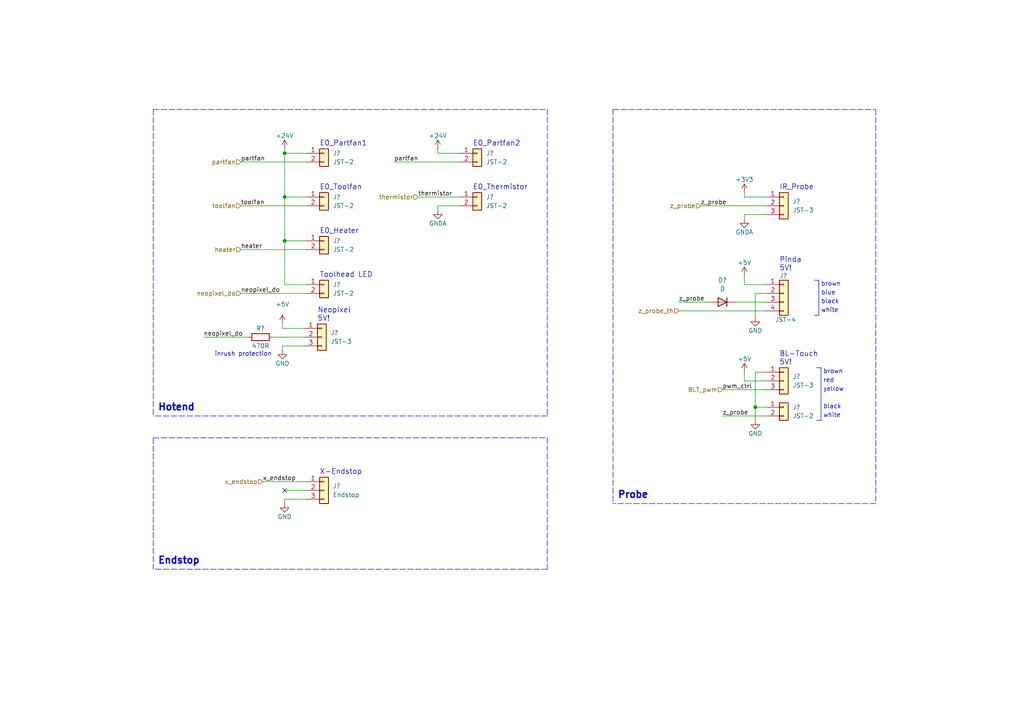
<source format=kicad_sch>
(kicad_sch (version 20211123) (generator eeschema)
  (paper "A4")
  (lib_symbols
    (symbol "Connector_Generic:Conn_01x02" (pin_names (offset 1.016) hide)
      (property "Reference" "J" (at 0 2.54 0))
      (property "Value" "Conn_01x02" (at 0 -5.08 0))
      (symbol "Conn_01x02_1_1"
        (rectangle (start -1.27 -2.413) (end 0 -2.667) (stroke (width 0.1524)))
        (rectangle (start -1.27 0.127) (end 0 -0.127) (stroke (width 0.1524)))
        (rectangle (start -1.27 1.27) (end 1.27 -3.81) (stroke (width 0.254)) (fill (type background)))
        (pin passive line (at -5.08 0 0) (length 3.81) (name "Pin_1") (number "1"))
        (pin passive line (at -5.08 -2.54 0) (length 3.81) (name "Pin_2") (number "2"))
      )
    )
    (symbol "Connector_Generic:Conn_01x03" (pin_names (offset 1.016) hide)
      (property "Reference" "J" (at 0 5.08 0))
      (property "Value" "Conn_01x03" (at 0 -5.08 0))
      (symbol "Conn_01x03_1_1"
        (rectangle (start -1.27 -2.413) (end 0 -2.667) (stroke (width 0.1524)))
        (rectangle (start -1.27 0.127) (end 0 -0.127) (stroke (width 0.1524)))
        (rectangle (start -1.27 2.667) (end 0 2.413) (stroke (width 0.1524)))
        (rectangle (start -1.27 3.81) (end 1.27 -3.81) (stroke (width 0.254)) (fill (type background)))
        (pin passive line (at -5.08 2.54 0) (length 3.81) (name "Pin_1") (number "1"))
        (pin passive line (at -5.08 0 0) (length 3.81) (name "Pin_2") (number "2"))
        (pin passive line (at -5.08 -2.54 0) (length 3.81) (name "Pin_3") (number "3"))
      )
    )
    (symbol "Connector_Generic:Conn_01x04" (pin_names (offset 1.016) hide)
      (property "Reference" "J" (at 0 5.08 0))
      (property "Value" "Conn_01x04" (at 0 -7.62 0))
      (symbol "Conn_01x04_1_1"
        (rectangle (start -1.27 -4.953) (end 0 -5.207) (stroke (width 0.1524)))
        (rectangle (start -1.27 -2.413) (end 0 -2.667) (stroke (width 0.1524)))
        (rectangle (start -1.27 0.127) (end 0 -0.127) (stroke (width 0.1524)))
        (rectangle (start -1.27 2.667) (end 0 2.413) (stroke (width 0.1524)))
        (rectangle (start -1.27 3.81) (end 1.27 -6.35) (stroke (width 0.254)) (fill (type background)))
        (pin passive line (at -5.08 2.54 0) (length 3.81) (name "Pin_1") (number "1"))
        (pin passive line (at -5.08 0 0) (length 3.81) (name "Pin_2") (number "2"))
        (pin passive line (at -5.08 -2.54 0) (length 3.81) (name "Pin_3") (number "3"))
        (pin passive line (at -5.08 -5.08 0) (length 3.81) (name "Pin_4") (number "4"))
      )
    )
    (symbol "Device:D" (pin_numbers hide) (pin_names (offset 1.016) hide)
      (property "Reference" "D" (at 0 2.54 0))
      (property "Value" "D" (at 0 -2.54 0))
      (symbol "D_0_1"
        (polyline (pts (xy -1.27 1.27) (xy -1.27 -1.27)) (stroke (width 0.254)))
        (polyline (pts (xy 1.27 0) (xy -1.27 0)))
        (polyline (pts (xy 1.27 1.27) (xy 1.27 -1.27) (xy -1.27 0) (xy 1.27 1.27)) (stroke (width 0.254)))
      )
      (symbol "D_1_1"
        (pin passive line (at -3.81 0 0) (length 2.54) (name "K") (number "1"))
        (pin passive line (at 3.81 0 180) (length 2.54) (name "A") (number "2"))
      )
    )
    (symbol "Device:R" (pin_numbers hide) (pin_names (offset 0))
      (property "Reference" "R" (at 2.032 0 90))
      (property "Value" "R" (at 0 0 90))
      (symbol "R_0_1"
        (rectangle (start -1.016 -2.54) (end 1.016 2.54) (stroke (width 0.254)))
      )
      (symbol "R_1_1"
        (pin passive line (at 0 3.81 270) (length 1.27) (name "~") (number "1"))
        (pin passive line (at 0 -3.81 90) (length 1.27) (name "~") (number "2"))
      )
    )
    (symbol "power:+24V" (power) (pin_names (offset 0))
      (property "Value" "+24V" (at 0 3.556 0))
      (symbol "+24V_0_1"
        (polyline (pts (xy -0.762 1.27) (xy 0 2.54)))
        (polyline (pts (xy 0 0) (xy 0 2.54)))
        (polyline (pts (xy 0 2.54) (xy 0.762 1.27)))
      )
      (symbol "+24V_1_1"
        (pin power_in line (at 0 0 90) (length 0) hide (name "+24V") (number "1"))
      )
    )
    (symbol "power:+3.3V" (power) (pin_names (offset 0))
      (property "Value" "+3.3V" (at 0 3.556 0))
      (symbol "+3.3V_0_1"
        (polyline (pts (xy -0.762 1.27) (xy 0 2.54)))
        (polyline (pts (xy 0 0) (xy 0 2.54)))
        (polyline (pts (xy 0 2.54) (xy 0.762 1.27)))
      )
      (symbol "+3.3V_1_1"
        (pin power_in line (at 0 0 90) (length 0) hide (name "+3V3") (number "1"))
      )
    )
    (symbol "power:+5V" (power) (pin_names (offset 0))
      (property "Value" "+5V" (at 0 3.556 0))
      (symbol "+5V_0_1"
        (polyline (pts (xy -0.762 1.27) (xy 0 2.54)))
        (polyline (pts (xy 0 0) (xy 0 2.54)))
        (polyline (pts (xy 0 2.54) (xy 0.762 1.27)))
      )
      (symbol "+5V_1_1"
        (pin power_in line (at 0 0 90) (length 0) hide (name "+5V") (number "1"))
      )
    )
    (symbol "power:GND" (power) (pin_names (offset 0))
      (property "Value" "GND" (at 0 -3.81 0))
      (symbol "GND_0_1"
        (polyline (pts (xy 0 0) (xy 0 -1.27) (xy 1.27 -1.27) (xy 0 -2.54) (xy -1.27 -1.27) (xy 0 -1.27)))
      )
      (symbol "GND_1_1"
        (pin power_in line (at 0 0 270) (length 0) hide (name "GND") (number "1"))
      )
    )
    (symbol "power:GNDA" (power) (pin_names (offset 0))
      (property "Value" "GNDA" (at 0 -3.81 0))
      (symbol "GNDA_0_1"
        (polyline (pts (xy 0 0) (xy 0 -1.27) (xy 1.27 -1.27) (xy 0 -2.54) (xy -1.27 -1.27) (xy 0 -1.27)))
      )
      (symbol "GNDA_1_1"
        (pin power_in line (at 0 0 270) (length 0) hide (name "GNDA") (number "1"))
      )
    )
  )
  (junction (at 82.55 44.45))
  (junction (at 219.075 118.11))
  (junction (at 82.55 69.85))
  (junction (at 82.55 57.15))
  (no_connect (at 82.55 142.24))
  (wire (pts (xy 82.55 57.15) (xy 88.9 57.15)))
  (polyline (pts (xy 238.125 106.68) (xy 238.125 121.92)) (stroke (width 0) (type solid)))
  (wire (pts (xy 215.9 110.49) (xy 222.25 110.49)))
  (polyline (pts (xy 158.75 31.75) (xy 158.75 120.65)))
  (wire (pts (xy 81.915 95.25) (xy 88.265 95.25)))
  (wire (pts (xy 222.25 107.95) (xy 219.075 107.95)))
  (wire (pts (xy 59.055 97.79) (xy 71.755 97.79)))
  (wire (pts (xy 215.9 57.15) (xy 222.25 57.15)))
  (polyline (pts (xy 44.45 127) (xy 158.75 127)))
  (wire (pts (xy 81.915 93.98) (xy 81.915 95.25)))
  (wire (pts (xy 79.375 97.79) (xy 88.265 97.79)))
  (wire (pts (xy 133.35 59.69) (xy 127 59.69)))
  (wire (pts (xy 215.9 107.95) (xy 215.9 110.49)))
  (wire (pts (xy 196.85 87.63) (xy 205.74 87.63)))
  (wire (pts (xy 114.3 46.99) (xy 133.35 46.99)))
  (polyline (pts (xy 158.75 165.1) (xy 44.45 165.1)))
  (polyline (pts (xy 158.75 120.65) (xy 44.45 120.65)))
  (wire (pts (xy 127 43.18) (xy 127 44.45)))
  (wire (pts (xy 215.9 82.55) (xy 222.25 82.55)))
  (wire (pts (xy 82.55 142.24) (xy 88.9 142.24)))
  (wire (pts (xy 69.85 85.09) (xy 88.9 85.09)))
  (wire (pts (xy 69.85 72.39) (xy 88.9 72.39)))
  (polyline (pts (xy 236.855 106.68) (xy 238.125 106.68)) (stroke (width 0) (type solid)))
  (wire (pts (xy 121.285 57.15) (xy 133.35 57.15)))
  (wire (pts (xy 76.2 139.7) (xy 88.9 139.7)))
  (polyline (pts (xy 254 31.75) (xy 254 146.05)))
  (polyline (pts (xy 177.8 31.75) (xy 177.8 146.05)))
  (wire (pts (xy 81.915 100.33) (xy 81.915 101.6)))
  (wire (pts (xy 88.9 82.55) (xy 82.55 82.55)))
  (wire (pts (xy 82.55 44.45) (xy 82.55 57.15)))
  (wire (pts (xy 213.36 87.63) (xy 222.25 87.63)))
  (wire (pts (xy 215.9 80.01) (xy 215.9 82.55)))
  (wire (pts (xy 81.915 100.33) (xy 88.265 100.33)))
  (wire (pts (xy 219.075 85.09) (xy 219.075 92.075)))
  (polyline (pts (xy 44.45 31.75) (xy 44.45 120.65)))
  (wire (pts (xy 82.55 144.78) (xy 88.9 144.78)))
  (wire (pts (xy 82.55 57.15) (xy 82.55 69.85)))
  (wire (pts (xy 219.075 107.95) (xy 219.075 118.11)))
  (wire (pts (xy 82.55 82.55) (xy 82.55 69.85)))
  (wire (pts (xy 133.35 44.45) (xy 127 44.45)))
  (polyline (pts (xy 237.49 81.28) (xy 237.49 91.44)) (stroke (width 0) (type solid)))
  (wire (pts (xy 82.55 43.18) (xy 82.55 44.45)))
  (wire (pts (xy 209.55 113.03) (xy 222.25 113.03)))
  (wire (pts (xy 219.075 118.11) (xy 219.075 121.92)))
  (polyline (pts (xy 254 146.05) (xy 177.8 146.05)))
  (polyline (pts (xy 177.8 31.75) (xy 254 31.75)))
  (wire (pts (xy 88.9 44.45) (xy 82.55 44.45)))
  (wire (pts (xy 88.9 69.85) (xy 82.55 69.85)))
  (wire (pts (xy 196.85 90.17) (xy 222.25 90.17)))
  (wire (pts (xy 215.9 62.23) (xy 222.25 62.23)))
  (wire (pts (xy 215.9 55.88) (xy 215.9 57.15)))
  (wire (pts (xy 69.85 59.69) (xy 88.9 59.69)))
  (polyline (pts (xy 236.22 91.44) (xy 237.49 91.44)) (stroke (width 0) (type solid)))
  (wire (pts (xy 203.2 59.69) (xy 222.25 59.69)))
  (wire (pts (xy 219.075 118.11) (xy 222.25 118.11)))
  (wire (pts (xy 127 59.69) (xy 127 60.96)))
  (polyline (pts (xy 44.45 31.75) (xy 158.75 31.75)))
  (polyline (pts (xy 236.22 81.28) (xy 237.49 81.28)) (stroke (width 0) (type solid)))
  (polyline (pts (xy 236.855 121.92) (xy 238.125 121.92)) (stroke (width 0) (type solid)))
  (polyline (pts (xy 44.45 127) (xy 44.45 165.1)))
  (wire (pts (xy 69.85 46.99) (xy 88.9 46.99)))
  (wire (pts (xy 209.55 120.65) (xy 222.25 120.65)))
  (wire (pts (xy 82.55 144.78) (xy 82.55 146.05)))
  (polyline (pts (xy 158.75 127) (xy 158.75 165.1)))
  (wire (pts (xy 215.9 62.23) (xy 215.9 63.5)))
  (wire (pts (xy 219.075 85.09) (xy 222.25 85.09)))
  (text "BL-Touch\n5V!" (at 226.06 106.045 0) (effects (font (size 1.5 1.5)) (justify left bottom)))
  (text "inrush protection" (at 62.23 103.505 0) (effects (font (size 1.27 1.27)) (justify left bottom)))
  (text "brown" (at 238.125 83.185 0) (effects (font (size 1.27 1.27)) (justify left bottom)))
  (text "brown" (at 238.76 108.585 0) (effects (font (size 1.27 1.27)) (justify left bottom)))
  (text "E0_Thermistor" (at 137.16 55.245 0) (effects (font (size 1.5 1.5)) (justify left bottom)))
  (text "E0_Partfan1" (at 92.71 42.545 0) (effects (font (size 1.5 1.5)) (justify left bottom)))
  (text "Neopixel\n5V!" (at 92.075 93.345 0) (effects (font (size 1.5 1.5)) (justify left bottom)))
  (text "black" (at 238.125 88.265 0) (effects (font (size 1.27 1.27)) (justify left bottom)))
  (text "white" (at 238.125 90.805 0) (effects (font (size 1.27 1.27)) (justify left bottom)))
  (text "E0_Heater" (at 92.71 67.945 0) (effects (font (size 1.5 1.5)) (justify left bottom)))
  (text "Hotend" (at 45.72 119.38 0) (effects (font (size 2 2) (thickness 0.4) bold) (justify left bottom)))
  (text "Pinda\n5V!" (at 226.06 78.74 0) (effects (font (size 1.5 1.5)) (justify left bottom)))
  (text "E0_Partfan2" (at 137.16 42.545 0) (effects (font (size 1.5 1.5)) (justify left bottom)))
  (text "E0_Toolfan" (at 92.71 55.245 0) (effects (font (size 1.5 1.5)) (justify left bottom)))
  (text "Toolhead LED" (at 92.71 80.645 0) (effects (font (size 1.5 1.5)) (justify left bottom)))
  (text "Probe" (at 179.07 144.78 0) (effects (font (size 2 2) (thickness 0.4) bold) (justify left bottom)))
  (text "white" (at 238.76 121.285 0) (effects (font (size 1.27 1.27)) (justify left bottom)))
  (text "blue" (at 238.125 85.725 0) (effects (font (size 1.27 1.27)) (justify left bottom)))
  (text "X-Endstop" (at 92.71 137.795 0) (effects (font (size 1.5 1.5)) (justify left bottom)))
  (text "Endstop" (at 45.72 163.83 0) (effects (font (size 2 2) (thickness 0.4) bold) (justify left bottom)))
  (text "IR_Probe" (at 226.06 55.245 0) (effects (font (size 1.5 1.5)) (justify left bottom)))
  (text "black" (at 238.76 118.745 0) (effects (font (size 1.27 1.27)) (justify left bottom)))
  (text "yellow" (at 238.76 113.665 0) (effects (font (size 1.27 1.27)) (justify left bottom)))
  (text "red" (at 238.76 111.125 0) (effects (font (size 1.27 1.27)) (justify left bottom)))
  (label "toolfan" (at 69.85 59.69 0))
  (label "partfan" (at 114.3 46.99 0))
  (label "pwm_ctrl" (at 209.55 113.03 0))
  (label "partfan" (at 69.85 46.99 0))
  (label "heater" (at 69.85 72.39 0))
  (label "thermistor" (at 121.285 57.15 0))
  (label "z_probe" (at 196.85 87.63 0))
  (label "neopixel_do" (at 69.85 85.09 0))
  (label "neopixel_do" (at 59.055 97.79 0))
  (label "z_probe" (at 203.2 59.69 0))
  (label "z_probe" (at 209.55 120.65 0))
  (label "x_endstop" (at 76.2 139.7 0))
  (hierarchical_label "x_endstop" (shape input) (at 76.2 139.7 180))
  (hierarchical_label "partfan" (shape input) (at 69.85 46.99 180))
  (hierarchical_label "z_probe_th" (shape input) (at 196.85 90.17 180))
  (hierarchical_label "z_probe" (shape input) (at 203.2 59.69 180))
  (hierarchical_label "heater" (shape input) (at 69.85 72.39 180))
  (hierarchical_label "neopixel_do" (shape input) (at 69.85 85.09 180))
  (hierarchical_label "BLT_pwm" (shape input) (at 209.55 113.03 180))
  (hierarchical_label "thermistor" (shape input) (at 121.285 57.15 180))
  (hierarchical_label "toolfan" (shape input) (at 69.85 59.69 180))
  (symbol (lib_id "Connector_Generic:Conn_01x02") (at 93.98 44.45 0) (unit 1)
    (property "Reference" "J?" (at 96.52 44.4499 0) (effects (justify left)))
    (property "Value" "JST-2" (at 96.52 46.9899 0) (effects (justify left)))
    (property "Footprint" "Connector_JST:JST_EH_B2B-EH-A_1x02_P2.50mm_Vertical" (effects hide))
    (property "Datasheet" "https://www.digikey.ch/de/products/detail/jst-sales-america-inc/B2B-XH-A-GU/2043065" (effects hide))
  )
  (symbol (lib_id "Connector_Generic:Conn_01x02") (at 93.98 69.85 0) (unit 1)
    (property "Reference" "J?" (at 96.52 69.8499 0) (effects (justify left)))
    (property "Value" "JST-2" (at 96.52 72.3899 0) (effects (justify left)))
    (property "Footprint" "Connector_JST:JST_EH_B2B-EH-A_1x02_P2.50mm_Vertical" (effects hide))
    (property "Datasheet" "https://www.digikey.ch/de/products/detail/jst-sales-america-inc/B2B-XH-A-GU/2043065" (effects hide))
  )
  (symbol (lib_id "power:+5V") (at 81.915 93.98 0) (unit 1)
    (property "Reference" "#PWR?" (effects hide))
    (property "Value" "+5V" (at 81.915 88.265 0))
  )
  (symbol (lib_id "Connector_Generic:Conn_01x04") (at 227.33 85.09 0) (unit 1)
    (property "Reference" "J?" (at 226.06 80.01 0) (effects (justify left)))
    (property "Value" "JST-4" (at 224.79 92.71 0) (effects (justify left)))
    (property "Footprint" "Connector_JST:JST_EH_B4B-EH-A_1x04_P2.50mm_Vertical" (effects hide))
    (property "Datasheet" "https://www.digikey.ch/de/products/detail/jst-sales-america-inc/B4B-XH-A-LF-SN/1651047" (effects hide))
  )
  (symbol (lib_id "Connector_Generic:Conn_01x03") (at 227.33 110.49 0) (unit 1)
    (property "Reference" "J?" (at 229.87 109.2199 0) (effects (justify left)))
    (property "Value" "JST-3" (at 229.87 111.7599 0) (effects (justify left)))
    (property "Footprint" "Connector_JST:JST_EH_B3B-EH-A_1x03_P2.50mm_Vertical" (effects hide))
    (property "Datasheet" "https://www.digikey.ch/de/products/detail/jst-sales-america-inc/B3B-XH-A-LF-SN/1651046" (effects hide))
  )
  (symbol (lib_id "power:GND") (at 81.915 101.6 0) (unit 1)
    (property "Reference" "#PWR?" (effects hide))
    (property "Value" "GND" (at 81.915 105.41 0))
  )
  (symbol (lib_id "power:+5V") (at 215.9 80.01 0) (unit 1)
    (property "Reference" "#PWR?" (effects hide))
    (property "Value" "+5V" (at 215.9 76.2 0))
  )
  (symbol (lib_id "power:GNDA") (at 215.9 63.5 0) (unit 1)
    (property "Reference" "#PWR?" (effects hide))
    (property "Value" "GNDA" (at 215.9 67.31 0))
  )
  (symbol (lib_id "power:+3.3V") (at 215.9 55.88 0) (unit 1)
    (property "Reference" "#PWR?" (effects hide))
    (property "Value" "+3.3V" (at 215.9 52.07 0))
  )
  (symbol (lib_id "Device:R") (at 75.565 97.79 90) (unit 1)
    (property "Reference" "R?" (at 75.565 95.25 90))
    (property "Value" "470R" (at 75.565 100.33 90))
  )
  (symbol (lib_id "power:GND") (at 219.075 121.92 0) (unit 1)
    (property "Reference" "#PWR?" (effects hide))
    (property "Value" "GND" (at 219.075 125.73 0))
  )
  (symbol (lib_id "Device:D") (at 209.55 87.63 180) (unit 1)
    (property "Reference" "D?" (at 209.55 81.28 0))
    (property "Value" "D" (at 209.55 83.82 0))
  )
  (symbol (lib_id "power:+24V") (at 82.55 43.18 0) (unit 1)
    (property "Reference" "#PWR?" (effects hide))
    (property "Value" "+24V" (at 82.55 39.37 0))
  )
  (symbol (lib_id "Connector_Generic:Conn_01x02") (at 227.33 118.11 0) (unit 1)
    (property "Reference" "J?" (at 229.87 118.1099 0) (effects (justify left)))
    (property "Value" "JST-2" (at 229.87 120.6499 0) (effects (justify left)))
    (property "Footprint" "Connector_JST:JST_EH_B2B-EH-A_1x02_P2.50mm_Vertical" (effects hide))
    (property "Datasheet" "https://www.digikey.ch/de/products/detail/jst-sales-america-inc/B2B-XH-A-GU/2043065" (effects hide))
  )
  (symbol (lib_id "power:+24V") (at 127 43.18 0) (unit 1)
    (property "Reference" "#PWR?" (effects hide))
    (property "Value" "+24V" (at 127 39.37 0))
  )
  (symbol (lib_id "Connector_Generic:Conn_01x03") (at 93.98 142.24 0) (unit 1)
    (property "Reference" "J?" (at 96.52 140.9699 0) (effects (justify left)))
    (property "Value" "Endstop" (at 96.52 143.5099 0) (effects (justify left)))
    (property "Footprint" "Connector_JST:JST_EH_B3B-EH-A_1x03_P2.50mm_Vertical" (effects hide))
  )
  (symbol (lib_id "Connector_Generic:Conn_01x02") (at 93.98 57.15 0) (unit 1)
    (property "Reference" "J?" (at 96.52 57.1499 0) (effects (justify left)))
    (property "Value" "JST-2" (at 96.52 59.6899 0) (effects (justify left)))
    (property "Footprint" "Connector_JST:JST_EH_B2B-EH-A_1x02_P2.50mm_Vertical" (effects hide))
    (property "Datasheet" "https://www.digikey.ch/de/products/detail/jst-sales-america-inc/B2B-XH-A-GU/2043065" (effects hide))
  )
  (symbol (lib_id "Connector_Generic:Conn_01x02") (at 93.98 82.55 0) (unit 1)
    (property "Reference" "J?" (at 96.52 82.5499 0) (effects (justify left)))
    (property "Value" "JST-2" (at 96.52 85.0899 0) (effects (justify left)))
    (property "Footprint" "Connector_JST:JST_EH_B2B-EH-A_1x02_P2.50mm_Vertical" (effects hide))
    (property "Datasheet" "https://www.digikey.ch/de/products/detail/jst-sales-america-inc/B2B-XH-A-GU/2043065" (effects hide))
  )
  (symbol (lib_id "Connector_Generic:Conn_01x03") (at 227.33 59.69 0) (unit 1)
    (property "Reference" "J?" (at 229.87 58.4199 0) (effects (justify left)))
    (property "Value" "JST-3" (at 229.87 60.9599 0) (effects (justify left)))
    (property "Footprint" "Connector_JST:JST_EH_B3B-EH-A_1x03_P2.50mm_Vertical" (effects hide))
    (property "Datasheet" "https://www.digikey.ch/de/products/detail/jst-sales-america-inc/B3B-XH-A-LF-SN/1651046" (effects hide))
  )
  (symbol (lib_id "Connector_Generic:Conn_01x02") (at 138.43 57.15 0) (unit 1)
    (property "Reference" "J?" (at 140.97 57.1499 0) (effects (justify left)))
    (property "Value" "JST-2" (at 140.97 59.6899 0) (effects (justify left)))
    (property "Footprint" "Connector_JST:JST_EH_B2B-EH-A_1x02_P2.50mm_Vertical" (effects hide))
    (property "Datasheet" "https://www.digikey.ch/de/products/detail/jst-sales-america-inc/B2B-XH-A-GU/2043065" (effects hide))
  )
  (symbol (lib_id "power:GND") (at 219.075 92.075 0) (unit 1)
    (property "Reference" "#PWR?" (effects hide))
    (property "Value" "GND" (at 219.075 95.885 0))
  )
  (symbol (lib_id "power:GND") (at 82.55 146.05 0) (unit 1)
    (property "Reference" "#PWR?" (effects hide))
    (property "Value" "GND" (at 82.55 149.86 0))
  )
  (symbol (lib_id "Connector_Generic:Conn_01x03") (at 93.345 97.79 0) (unit 1)
    (property "Reference" "J?" (at 95.885 96.5199 0) (effects (justify left)))
    (property "Value" "JST-3" (at 95.885 99.0599 0) (effects (justify left)))
    (property "Footprint" "Connector_JST:JST_EH_B3B-EH-A_1x03_P2.50mm_Vertical" (effects hide))
    (property "Datasheet" "https://www.digikey.ch/de/products/detail/jst-sales-america-inc/B3B-XH-A-LF-SN/1651046" (effects hide))
  )
  (symbol (lib_id "power:+5V") (at 215.9 107.95 0) (unit 1)
    (property "Reference" "#PWR?" (effects hide))
    (property "Value" "+5V" (at 215.9 104.14 0))
  )
  (symbol (lib_id "Connector_Generic:Conn_01x02") (at 138.43 44.45 0) (unit 1)
    (property "Reference" "J?" (at 140.97 44.4499 0) (effects (justify left)))
    (property "Value" "JST-2" (at 140.97 46.9899 0) (effects (justify left)))
    (property "Footprint" "Connector_JST:JST_EH_B2B-EH-A_1x02_P2.50mm_Vertical" (effects hide))
    (property "Datasheet" "https://www.digikey.ch/de/products/detail/jst-sales-america-inc/B2B-XH-A-GU/2043065" (effects hide))
  )
  (symbol (lib_id "power:GNDA") (at 127 60.96 0) (unit 1)
    (property "Reference" "#PWR?" (effects hide))
    (property "Value" "GNDA" (at 127 64.77 0))
  )
)
</source>
